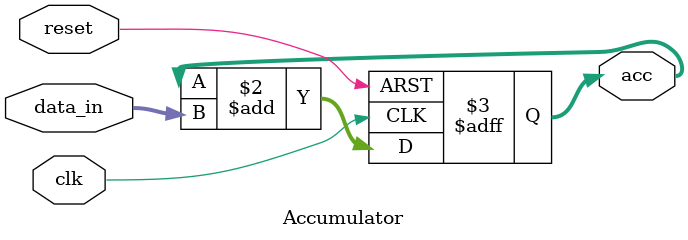
<source format=v>
module Accumulator (
  input [31:0] data_in,
  input clk,
  input reset,
  output reg [31:0] acc
);

  always @(posedge clk or posedge reset) begin
    if (reset)
      acc <= 32'b0;
    else
      acc <= acc + data_in;
  end

endmodule

</source>
